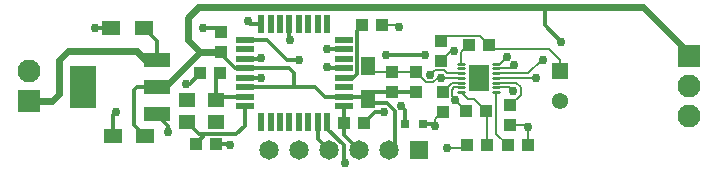
<source format=gbr>
G04 EAGLE Gerber RS-274X export*
G75*
%MOMM*%
%FSLAX34Y34*%
%LPD*%
%INTop Copper*%
%IPPOS*%
%AMOC8*
5,1,8,0,0,1.08239X$1,22.5*%
G01*
%ADD10R,1.100000X1.000000*%
%ADD11R,1.000000X1.100000*%
%ADD12R,0.800000X0.800000*%
%ADD13R,1.599800X0.547100*%
%ADD14R,0.547100X1.599800*%
%ADD15R,1.361800X1.261800*%
%ADD16R,1.211800X1.561800*%
%ADD17C,1.650000*%
%ADD18R,1.650000X1.650000*%
%ADD19R,2.235200X1.219200*%
%ADD20R,2.200000X3.600000*%
%ADD21R,1.561800X1.211800*%
%ADD22C,0.231800*%
%ADD23R,1.700000X2.300000*%
%ADD24C,1.378000*%
%ADD25R,1.378000X1.378000*%
%ADD26R,1.950000X1.950000*%
%ADD27C,1.950000*%
%ADD28C,0.304800*%
%ADD29C,0.756400*%
%ADD30C,0.203200*%
%ADD31C,0.609600*%


D10*
X165490Y90170D03*
X182490Y90170D03*
X178680Y30480D03*
X161680Y30480D03*
X319650Y130810D03*
X302650Y130810D03*
D11*
X347980Y91050D03*
X347980Y74050D03*
X327660Y91050D03*
X327660Y74050D03*
D12*
X354210Y46990D03*
X339210Y46990D03*
D10*
X182880Y125340D03*
X182880Y108340D03*
D11*
X304410Y48260D03*
X287410Y48260D03*
D13*
X203394Y118461D03*
X203394Y110461D03*
X203394Y102461D03*
X203394Y94461D03*
X203394Y86461D03*
X203394Y78461D03*
X203394Y70461D03*
X203394Y62461D03*
D14*
X217207Y48648D03*
X225207Y48648D03*
X233207Y48648D03*
X241207Y48648D03*
X249207Y48648D03*
X257207Y48648D03*
X265207Y48648D03*
X273207Y48648D03*
D13*
X287020Y62461D03*
X287020Y70461D03*
X287020Y78461D03*
X287020Y86461D03*
X287020Y94461D03*
X287020Y102461D03*
X287020Y110461D03*
X287020Y118461D03*
D14*
X273207Y132274D03*
X265207Y132274D03*
X257207Y132274D03*
X249207Y132274D03*
X241207Y132274D03*
X233207Y132274D03*
X225207Y132274D03*
X217207Y132274D03*
D15*
X154120Y49170D03*
X178620Y49170D03*
X178620Y67670D03*
X154120Y67670D03*
D16*
X307340Y68800D03*
X307340Y96300D03*
D17*
X325120Y25400D03*
X299720Y25400D03*
D18*
X350520Y25400D03*
D17*
X274320Y25400D03*
X248920Y25400D03*
X223520Y25400D03*
D19*
X128778Y55626D03*
X128778Y78740D03*
X128778Y101854D03*
D20*
X66800Y78740D03*
D21*
X117890Y128270D03*
X90390Y128270D03*
X119160Y36830D03*
X91660Y36830D03*
D22*
X413525Y74360D02*
X418807Y74360D01*
X418807Y78360D02*
X413525Y78360D01*
X413525Y82360D02*
X418807Y82360D01*
X418807Y86360D02*
X413525Y86360D01*
X413525Y90360D02*
X418807Y90360D01*
X418807Y94360D02*
X413525Y94360D01*
X413525Y98360D02*
X418807Y98360D01*
X389115Y98360D02*
X383833Y98360D01*
X383833Y94360D02*
X389115Y94360D01*
X389115Y90360D02*
X383833Y90360D01*
X383833Y86360D02*
X389115Y86360D01*
X389115Y82360D02*
X383833Y82360D01*
X383833Y78360D02*
X389115Y78360D01*
X389115Y74360D02*
X383833Y74360D01*
D23*
X401320Y86360D03*
D24*
X470220Y66929D03*
D25*
X470220Y92329D03*
D11*
X427990Y46110D03*
X427990Y63110D03*
D10*
X442840Y29210D03*
X425840Y29210D03*
X392820Y114300D03*
X409820Y114300D03*
X369570Y117720D03*
X369570Y100720D03*
D11*
X390280Y58420D03*
X407280Y58420D03*
X408550Y29210D03*
X391550Y29210D03*
X370840Y57540D03*
X370840Y74540D03*
D26*
X20320Y66929D03*
D27*
X20320Y92329D03*
D26*
X579120Y105029D03*
D27*
X579120Y79629D03*
X579120Y54229D03*
D28*
X165490Y90170D02*
X156600Y81280D01*
X153670Y81280D01*
D29*
X153670Y81280D03*
D28*
X178680Y30480D02*
X189230Y30480D01*
X190500Y29210D01*
D29*
X190500Y29210D03*
D28*
X203394Y86461D02*
X217069Y86461D01*
X217170Y86360D01*
D29*
X217170Y86360D03*
D28*
X216761Y102461D02*
X203394Y102461D01*
X216761Y102461D02*
X217170Y102870D01*
D29*
X217170Y102870D03*
D28*
X273839Y94461D02*
X287020Y94461D01*
X273839Y94461D02*
X273050Y95250D01*
D29*
X273050Y95250D03*
D28*
X354210Y46990D02*
X363220Y46990D01*
X364490Y45720D01*
D29*
X364490Y45720D03*
D28*
X91660Y36830D02*
X91660Y54830D01*
X93980Y57150D01*
D29*
X93980Y57150D03*
D28*
X90390Y128270D02*
X76200Y128270D01*
D29*
X76200Y128270D03*
D28*
X128778Y55372D02*
X138430Y45720D01*
X128778Y55372D02*
X128778Y55626D01*
X138430Y45720D02*
X138430Y40640D01*
D29*
X138430Y40640D03*
X397510Y92710D03*
X405130Y86360D03*
X397510Y80010D03*
D30*
X386474Y86360D02*
X369570Y86360D01*
D29*
X369570Y86360D03*
D30*
X416166Y98360D02*
X419670Y98360D01*
X425620Y104310D01*
D29*
X425620Y104310D03*
D30*
X416166Y86360D02*
X449580Y86360D01*
D29*
X449580Y86360D03*
D30*
X391550Y29210D02*
X389010Y26670D01*
X374650Y26670D01*
D29*
X374650Y26670D03*
D30*
X364490Y51190D02*
X370840Y57540D01*
X364490Y51190D02*
X364490Y45720D01*
X442840Y44060D02*
X442840Y29210D01*
X442840Y44060D02*
X443230Y44450D01*
D29*
X443230Y44450D03*
D30*
X440790Y46110D02*
X427990Y46110D01*
X440790Y46110D02*
X442840Y44060D01*
X327660Y91050D02*
X312590Y91050D01*
X307340Y96300D01*
X327660Y91050D02*
X347980Y91050D01*
X366883Y86360D02*
X369570Y86360D01*
X366883Y86360D02*
X363101Y82578D01*
X356452Y82578D01*
X347980Y91050D01*
X332740Y130810D02*
X319650Y130810D01*
X332740Y130810D02*
X334010Y129540D01*
D29*
X334010Y129540D03*
D28*
X245110Y78461D02*
X203394Y78461D01*
X245110Y78461D02*
X263169Y78461D01*
X271169Y70461D02*
X287020Y70461D01*
X271169Y70461D02*
X263169Y78461D01*
X240819Y94461D02*
X203394Y94461D01*
X240819Y94461D02*
X245110Y90170D01*
X245110Y78461D01*
X195099Y94461D02*
X182880Y106680D01*
X182880Y108340D01*
X195099Y94461D02*
X203394Y94461D01*
X307340Y68800D02*
X312590Y74050D01*
X327660Y74050D01*
X347980Y74050D01*
X305679Y70461D02*
X287020Y70461D01*
X305679Y70461D02*
X307340Y68800D01*
X311370Y64770D01*
X323850Y64770D01*
X330200Y58420D01*
X330200Y30480D02*
X325120Y25400D01*
X330200Y30480D02*
X330200Y58420D01*
X119160Y36830D02*
X109220Y46770D01*
X109220Y76200D02*
X111760Y78740D01*
X128778Y78740D01*
X109220Y76200D02*
X109220Y46770D01*
D30*
X416166Y78360D02*
X427100Y78360D01*
X430530Y74930D01*
D29*
X430530Y74930D03*
D30*
X443420Y90360D02*
X416166Y90360D01*
X443420Y90360D02*
X454660Y101600D01*
X455930Y101600D01*
D29*
X455930Y101600D03*
D31*
X135890Y78740D02*
X128778Y78740D01*
X165490Y108340D02*
X182880Y108340D01*
X165490Y108340D02*
X135890Y78740D01*
X154940Y137160D02*
X163830Y146050D01*
X154940Y137160D02*
X154940Y118890D01*
X165490Y108340D01*
X457200Y146050D02*
X540639Y146050D01*
X457200Y146050D02*
X163830Y146050D01*
X579120Y107569D02*
X579120Y105029D01*
X579120Y107569D02*
X540639Y146050D01*
D28*
X457200Y146050D02*
X457200Y130911D01*
X471221Y116891D01*
D29*
X471221Y116891D03*
D28*
X203394Y62461D02*
X203394Y45914D01*
X196023Y38543D02*
X169743Y38543D01*
X164747Y38543D01*
X154120Y49170D01*
X196023Y38543D02*
X203394Y45914D01*
X169743Y38543D02*
X161680Y30480D01*
X181411Y70461D02*
X203394Y70461D01*
X181411Y70461D02*
X178620Y67670D01*
X178620Y86300D02*
X182490Y90170D01*
X178620Y86300D02*
X178620Y67670D01*
X241207Y118203D02*
X241207Y132274D01*
X241207Y118203D02*
X241300Y118110D01*
D29*
X241300Y118110D03*
X167640Y128270D03*
D28*
X179950Y128270D01*
X182880Y125340D01*
X287020Y86461D02*
X294741Y86461D01*
X298233Y89953D01*
X298233Y126393D02*
X302650Y130810D01*
X298233Y126393D02*
X298233Y89953D01*
X287410Y37710D02*
X299720Y25400D01*
X287410Y37710D02*
X287410Y48260D01*
X287020Y48650D01*
X287020Y62461D01*
D29*
X288290Y13970D03*
D28*
X287020Y15240D01*
X273207Y43023D02*
X273207Y48648D01*
X287020Y29210D02*
X287020Y15240D01*
X287020Y29210D02*
X273207Y43023D01*
X265207Y48648D02*
X265207Y34513D01*
X274320Y25400D01*
X273079Y110461D02*
X287020Y110461D01*
X273079Y110461D02*
X273050Y110490D01*
D29*
X273050Y110490D03*
D30*
X416166Y94360D02*
X428522Y94360D01*
X431241Y97079D01*
D29*
X431241Y97079D03*
X322580Y105410D03*
D28*
X355600Y105410D01*
D29*
X355600Y105410D03*
D28*
X313300Y57150D02*
X304410Y48260D01*
X313300Y57150D02*
X321310Y57150D01*
D29*
X321310Y57150D03*
X335665Y62615D03*
D28*
X339210Y59069D01*
X339210Y46990D01*
X217207Y132274D02*
X208086Y132274D01*
X205740Y134620D01*
D29*
X205740Y134620D03*
D31*
X128778Y101854D02*
X119126Y101854D01*
X111760Y109220D01*
X53340Y109220D01*
X45720Y101600D01*
X45720Y72390D01*
X40259Y66929D02*
X20320Y66929D01*
X40259Y66929D02*
X45720Y72390D01*
D28*
X117890Y128270D02*
X128778Y117382D01*
X128778Y101854D01*
D29*
X360482Y88900D03*
D30*
X374511Y90360D02*
X386474Y90360D01*
X374511Y90360D02*
X372189Y92682D01*
X364264Y92682D01*
X360482Y88900D01*
D28*
X221899Y118461D02*
X203394Y118461D01*
X238760Y101600D02*
X248920Y101600D01*
D29*
X248920Y101600D03*
D28*
X238760Y101600D02*
X221899Y118461D01*
D30*
X416166Y82360D02*
X433260Y82360D01*
X436880Y78740D01*
X436880Y72000D01*
X427990Y63110D01*
X416166Y38884D02*
X425840Y29210D01*
X416166Y38884D02*
X416166Y74360D01*
X386474Y98360D02*
X386474Y107954D01*
X392820Y114300D01*
X373770Y121920D02*
X369570Y117720D01*
X402200Y121920D02*
X409820Y114300D01*
X402200Y121920D02*
X373770Y121920D01*
X409820Y114300D02*
X413488Y110632D01*
X470220Y101280D02*
X470220Y92329D01*
X470220Y101280D02*
X460868Y110632D01*
X413488Y110632D01*
D29*
X381146Y67904D03*
D30*
X381146Y68006D01*
X369570Y100720D02*
X377878Y109028D01*
X380152Y109028D01*
D29*
X380152Y109028D03*
D30*
X381146Y67554D02*
X390280Y58420D01*
X381146Y67554D02*
X381146Y67904D01*
X380620Y78360D02*
X386474Y78360D01*
X380620Y78360D02*
X378460Y76200D01*
X378460Y70692D01*
X381146Y68006D01*
X397120Y68580D02*
X407280Y58420D01*
X392254Y68580D02*
X386474Y74360D01*
X392254Y68580D02*
X397120Y68580D01*
X408550Y57150D02*
X408550Y29210D01*
X408550Y57150D02*
X407280Y58420D01*
X386474Y82360D02*
X378660Y82360D01*
X370840Y74540D01*
M02*

</source>
